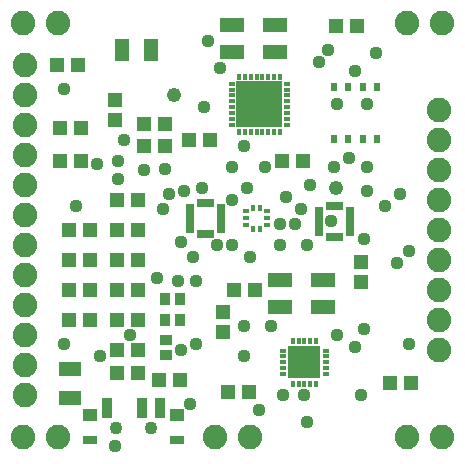
<source format=gts>
G75*
%MOIN*%
%OFA0B0*%
%FSLAX25Y25*%
%IPPOS*%
%LPD*%
%AMOC8*
5,1,8,0,0,1.08239X$1,22.5*
%
%ADD10R,0.05131X0.04737*%
%ADD11R,0.04737X0.05131*%
%ADD12C,0.08200*%
%ADD13R,0.04343X0.03556*%
%ADD14R,0.03556X0.04343*%
%ADD15R,0.01784X0.02375*%
%ADD16R,0.02375X0.01784*%
%ADD17R,0.11036X0.11036*%
%ADD18R,0.02244X0.01339*%
%ADD19R,0.01339X0.02244*%
%ADD20R,0.07493X0.04737*%
%ADD21R,0.03162X0.01981*%
%ADD22R,0.01981X0.03162*%
%ADD23R,0.04737X0.07493*%
%ADD24R,0.15367X0.15367*%
%ADD25R,0.08280X0.05131*%
%ADD26R,0.03556X0.06706*%
%ADD27R,0.04737X0.03162*%
%ADD28R,0.04737X0.03950*%
%ADD29C,0.04343*%
%ADD30R,0.02375X0.03162*%
%ADD31C,0.04400*%
%ADD32C,0.04762*%
D10*
X0128154Y0122000D03*
X0134846Y0122000D03*
X0134846Y0129500D03*
X0128154Y0129500D03*
X0128154Y0139500D03*
X0134846Y0139500D03*
X0134846Y0149500D03*
X0128154Y0149500D03*
X0128154Y0159500D03*
X0134846Y0159500D03*
X0134846Y0169500D03*
X0128154Y0169500D03*
X0118846Y0169500D03*
X0112154Y0169500D03*
X0112154Y0159500D03*
X0118846Y0159500D03*
X0118846Y0149500D03*
X0112154Y0149500D03*
X0112154Y0139500D03*
X0118846Y0139500D03*
X0142154Y0119500D03*
X0148846Y0119500D03*
X0165154Y0115500D03*
X0171846Y0115500D03*
X0173846Y0149500D03*
X0167154Y0149500D03*
X0134846Y0179500D03*
X0128154Y0179500D03*
X0115846Y0192500D03*
X0109154Y0192500D03*
X0109154Y0203500D03*
X0115846Y0203500D03*
X0137154Y0205000D03*
X0143846Y0205000D03*
X0143846Y0197500D03*
X0137154Y0197500D03*
X0152154Y0199500D03*
X0158846Y0199500D03*
X0183154Y0192500D03*
X0189846Y0192500D03*
X0201154Y0237500D03*
X0207846Y0237500D03*
X0114846Y0224500D03*
X0108154Y0224500D03*
X0219154Y0118500D03*
X0225846Y0118500D03*
D11*
X0209500Y0152154D03*
X0209500Y0158846D03*
X0163500Y0142346D03*
X0163500Y0135654D03*
X0127500Y0206154D03*
X0127500Y0212846D03*
D12*
X0096800Y0100500D03*
X0108200Y0100500D03*
X0097500Y0114500D03*
X0097500Y0124500D03*
X0097500Y0134500D03*
X0097500Y0144500D03*
X0097500Y0154500D03*
X0097500Y0164500D03*
X0097500Y0174500D03*
X0097500Y0184500D03*
X0097500Y0194500D03*
X0097500Y0204500D03*
X0097500Y0214500D03*
X0097500Y0224500D03*
X0096800Y0238500D03*
X0108200Y0238500D03*
X0224800Y0238500D03*
X0236200Y0238500D03*
X0235500Y0209500D03*
X0235500Y0199500D03*
X0235500Y0189500D03*
X0235500Y0179500D03*
X0235500Y0169500D03*
X0235500Y0159500D03*
X0235500Y0149500D03*
X0235500Y0139500D03*
X0235500Y0129500D03*
X0236200Y0100500D03*
X0224800Y0100500D03*
X0172200Y0100500D03*
X0160800Y0100500D03*
D13*
X0144500Y0127941D03*
X0144500Y0133059D03*
D14*
X0143941Y0139500D03*
X0149059Y0139500D03*
X0149059Y0146500D03*
X0143941Y0146500D03*
D15*
X0186563Y0132587D03*
X0188531Y0132587D03*
X0190500Y0132587D03*
X0192469Y0132587D03*
X0194437Y0132587D03*
X0194437Y0118413D03*
X0192469Y0118413D03*
X0190500Y0118413D03*
X0188531Y0118413D03*
X0186563Y0118413D03*
X0182390Y0202445D03*
X0180421Y0202445D03*
X0178453Y0202445D03*
X0176484Y0202445D03*
X0174516Y0202445D03*
X0172547Y0202445D03*
X0170579Y0202445D03*
X0168610Y0202445D03*
X0168610Y0220555D03*
X0170579Y0220555D03*
X0172547Y0220555D03*
X0174516Y0220555D03*
X0176484Y0220555D03*
X0178453Y0220555D03*
X0180421Y0220555D03*
X0182390Y0220555D03*
D16*
X0184555Y0218390D03*
X0184555Y0216421D03*
X0184555Y0214453D03*
X0184555Y0212484D03*
X0184555Y0210516D03*
X0184555Y0208547D03*
X0184555Y0206579D03*
X0184555Y0204610D03*
X0166445Y0204610D03*
X0166445Y0206579D03*
X0166445Y0208547D03*
X0166445Y0210516D03*
X0166445Y0212484D03*
X0166445Y0214453D03*
X0166445Y0216421D03*
X0166445Y0218390D03*
X0183413Y0129437D03*
X0183413Y0127469D03*
X0183413Y0125500D03*
X0183413Y0123531D03*
X0183413Y0121563D03*
X0197587Y0121563D03*
X0197587Y0123531D03*
X0197587Y0125500D03*
X0197587Y0127469D03*
X0197587Y0129437D03*
D17*
X0190500Y0125500D03*
D18*
X0178024Y0171138D03*
X0178024Y0173500D03*
X0178024Y0175862D03*
X0170976Y0175862D03*
X0170976Y0173500D03*
X0170976Y0171138D03*
D19*
X0173319Y0169976D03*
X0175681Y0169976D03*
X0175681Y0177024D03*
X0173319Y0177024D03*
D20*
X0112500Y0123421D03*
X0112500Y0113579D03*
D21*
X0152382Y0169563D03*
X0152382Y0171531D03*
X0152382Y0173500D03*
X0152382Y0175469D03*
X0152382Y0177437D03*
X0162618Y0177437D03*
X0162618Y0175469D03*
X0162618Y0173500D03*
X0162618Y0171531D03*
X0162618Y0169563D03*
X0195382Y0170531D03*
X0195382Y0168563D03*
X0195382Y0172500D03*
X0195382Y0174469D03*
X0195382Y0176437D03*
X0205618Y0176437D03*
X0205618Y0174469D03*
X0205618Y0172500D03*
X0205618Y0170531D03*
X0205618Y0168563D03*
D22*
X0202469Y0167382D03*
X0200500Y0167382D03*
X0198531Y0167382D03*
X0198531Y0177618D03*
X0200500Y0177618D03*
X0202469Y0177618D03*
X0159469Y0178618D03*
X0157500Y0178618D03*
X0155531Y0178618D03*
X0155531Y0168382D03*
X0157500Y0168382D03*
X0159469Y0168382D03*
D23*
X0139421Y0229500D03*
X0129579Y0229500D03*
D24*
X0175500Y0211500D03*
D25*
X0180783Y0228972D03*
X0180783Y0238028D03*
X0166217Y0238028D03*
X0166217Y0228972D03*
X0182217Y0153028D03*
X0182217Y0143972D03*
X0196783Y0143972D03*
X0196783Y0153028D03*
D26*
X0142358Y0110390D03*
X0136453Y0110390D03*
X0124642Y0110390D03*
D27*
X0119130Y0099563D03*
X0147870Y0099563D03*
D28*
X0147870Y0107831D03*
X0119130Y0107831D03*
D29*
X0127594Y0103500D03*
X0139406Y0103500D03*
D30*
X0200413Y0199839D03*
X0205138Y0199839D03*
X0209862Y0199839D03*
X0214587Y0199839D03*
X0214587Y0217161D03*
X0209862Y0217161D03*
X0205138Y0217161D03*
X0200413Y0217161D03*
D31*
X0201500Y0211500D03*
X0211500Y0211500D03*
X0207500Y0222500D03*
X0214500Y0228500D03*
X0198500Y0229500D03*
X0195500Y0225500D03*
X0177500Y0208500D03*
X0170500Y0197500D03*
X0166500Y0190500D03*
X0171500Y0183500D03*
X0166500Y0179500D03*
X0156500Y0183500D03*
X0150500Y0182500D03*
X0145500Y0181500D03*
X0143500Y0176500D03*
X0149500Y0165500D03*
X0153500Y0160500D03*
X0161500Y0164500D03*
X0166500Y0164500D03*
X0172500Y0160500D03*
X0182500Y0164500D03*
X0182500Y0171500D03*
X0187500Y0171500D03*
X0189500Y0176500D03*
X0184500Y0180500D03*
X0192500Y0184500D03*
X0200500Y0190500D03*
X0205500Y0193500D03*
X0211500Y0190500D03*
X0211500Y0182500D03*
X0217500Y0177500D03*
X0222500Y0181500D03*
X0210500Y0166500D03*
X0199500Y0172500D03*
X0191500Y0164500D03*
X0177500Y0190500D03*
X0157000Y0210500D03*
X0162500Y0223500D03*
X0158500Y0232500D03*
X0130500Y0199500D03*
X0128500Y0192500D03*
X0128500Y0186500D03*
X0121500Y0191500D03*
X0114500Y0177500D03*
X0137000Y0189500D03*
X0144000Y0190000D03*
X0110500Y0216500D03*
X0141500Y0153500D03*
X0148500Y0152500D03*
X0154500Y0152500D03*
X0170500Y0137500D03*
X0179500Y0137500D03*
X0170500Y0127500D03*
X0154500Y0131500D03*
X0149500Y0129500D03*
X0132500Y0134500D03*
X0122500Y0127500D03*
X0110500Y0131500D03*
X0127500Y0097500D03*
X0152500Y0111500D03*
X0175500Y0109500D03*
X0183500Y0114500D03*
X0190500Y0114500D03*
X0191500Y0105500D03*
X0209500Y0114500D03*
X0207500Y0130500D03*
X0210500Y0136500D03*
X0201500Y0134500D03*
X0225500Y0131500D03*
X0221500Y0158500D03*
X0225500Y0162500D03*
D32*
X0201000Y0183500D03*
X0147000Y0214500D03*
M02*

</source>
